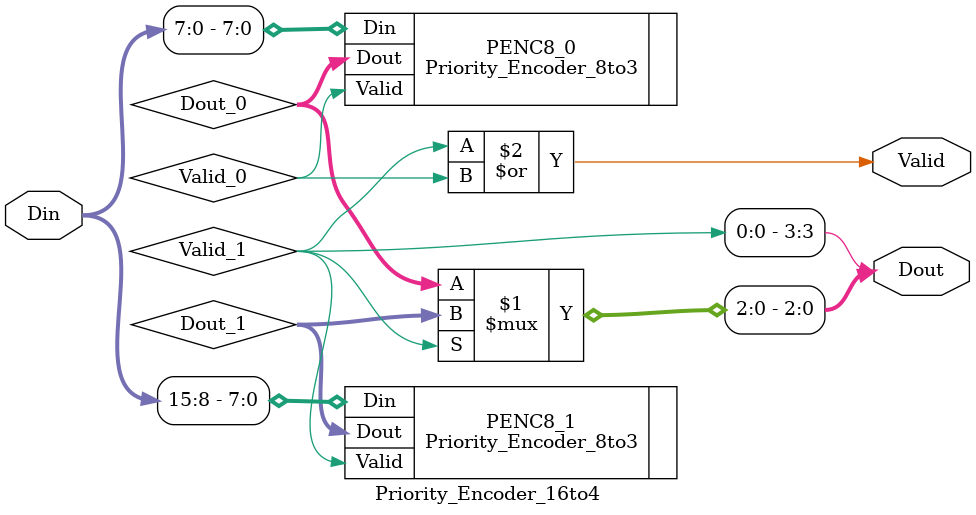
<source format=v>
module Priority_Encoder_16to4(Din, Dout, Valid);
input [15:0] Din;
output [3:0] Dout;
output Valid;
wire [2:0] Dout_1, Dout_0;
wire Valid_1, Valid_0;

Priority_Encoder_8to3 PENC8_1(.Din(Din[15:8]), .Dout(Dout_1), .Valid(Valid_1));
Priority_Encoder_8to3 PENC8_0(.Din(Din[7:0]), .Dout(Dout_0), .Valid(Valid_0));

assign Dout[2:0] = Valid_1 ? Dout_1 : Dout_0;
assign Dout[3] = Valid_1;
assign Valid = Valid_1 | Valid_0;

endmodule
</source>
